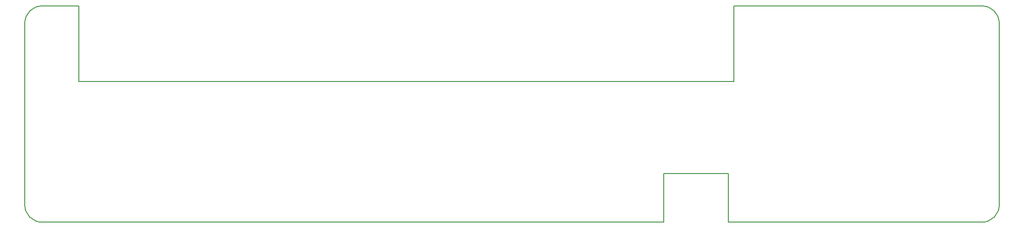
<source format=gbr>
G04 DipTrace 3.1.0.1*
G04 Bottom-Clock-IN12e.BoardOutline.gbr*
%MOIN*%
G04 #@! TF.FileFunction,Profile*
G04 #@! TF.Part,Single*
%ADD11C,0.005512*%
%FSLAX26Y26*%
G04*
G70*
G90*
G75*
G01*
G04 BoardOutline*
%LPD*%
X520000Y394016D2*
D11*
X5039685D1*
Y748346D1*
X5512126D1*
Y394016D1*
X7354646D1*
G03X7480630Y520000I-1J125985D01*
G01*
Y1842835D1*
G03X7354646Y1968819I-125985J-1D01*
G01*
X5551496D1*
Y1417638D1*
X787717D1*
Y1968819D1*
X520000D1*
G03X394016Y1842835I1J-125985D01*
G01*
Y520000D1*
G03X520000Y394016I125985J1D01*
G01*
M02*

</source>
